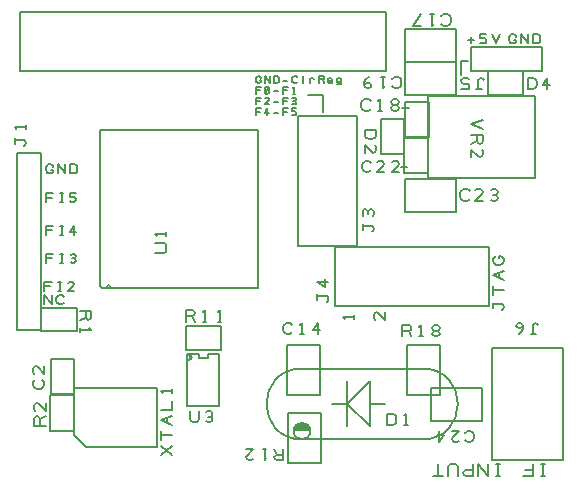
<source format=gto>
%FSLAX25Y25*%
%MOIN*%
G04 EasyPC Gerber Version 18.0.8 Build 3632 *
%ADD10C,0.00500*%
X0Y0D02*
D02*
D10*
X11487Y159850D02*
X11800Y160163D01*
X12113Y160787*
X11800Y161413*
X11487Y161725*
X8363*
Y162350*
Y161725D02*
Y160475D01*
X12113Y165475D02*
Y166725D01*
Y166100D02*
X8363D01*
X8987Y165475*
X17124Y98317D02*
Y157372D01*
X9250*
Y98317*
X17124*
X17281Y105781D02*
Y97907D01*
X29093*
Y105781*
X17281*
X18250Y111400D02*
Y114400D01*
X20750*
X20250Y112900D02*
X18250D01*
X23000Y111400D02*
X24000D01*
X23500D02*
Y114400D01*
X23000D02*
X24000D01*
X28250Y111400D02*
X26250D01*
X28000Y113150*
X28250Y113650*
X28000Y114150*
X27500Y114400*
X26750*
X26250Y114150*
X18350Y107000D02*
Y110000D01*
X20850Y107000*
Y110000*
X24850Y107500D02*
X24600Y107250D01*
X24100Y107000*
X23350*
X22850Y107250*
X22600Y107500*
X22350Y108000*
Y109000*
X22600Y109500*
X22850Y109750*
X23350Y110000*
X24100*
X24600Y109750*
X24850Y109500*
X18850Y120800D02*
Y123800D01*
X21350*
X20850Y122300D02*
X18850D01*
X23600Y120800D02*
X24600D01*
X24100D02*
Y123800D01*
X23600D02*
X24600D01*
X27100Y121050D02*
X27600Y120800D01*
X28100*
X28600Y121050*
X28850Y121550*
X28600Y122050*
X28100Y122300*
X27600*
X28100D02*
X28600Y122550D01*
X28850Y123050*
X28600Y123550*
X28100Y123800*
X27600*
X27100Y123550*
X18850Y130100D02*
Y133100D01*
X21350*
X20850Y131600D02*
X18850D01*
X23600Y130100D02*
X24600D01*
X24100D02*
Y133100D01*
X23600D02*
X24600D01*
X28100Y130100D02*
Y133100D01*
X26850Y131100*
X28850*
X18850Y141000D02*
Y144000D01*
X21350*
X20850Y142500D02*
X18850D01*
X23600Y141000D02*
X24600D01*
X24100D02*
Y144000D01*
X23600D02*
X24600D01*
X26850Y141250D02*
X27350Y141000D01*
X28100*
X28600Y141250*
X28850Y141750*
Y142000*
X28600Y142500*
X28100Y142750*
X26850*
Y144000*
X28850*
X20600Y151850D02*
X21350D01*
Y151600*
X21100Y151100*
X20850Y150850*
X20350Y150600*
X19850*
X19350Y150850*
X19100Y151100*
X18850Y151600*
Y152600*
X19100Y153100*
X19350Y153350*
X19850Y153600*
X20350*
X20850Y153350*
X21100Y153100*
X21350Y152600*
X22850Y150600D02*
Y153600D01*
X25350Y150600*
Y153600*
X26850Y150600D02*
Y153600D01*
X28350*
X28850Y153350*
X29100Y153100*
X29350Y152600*
Y151600*
X29100Y151100*
X28850Y150850*
X28350Y150600*
X26850*
X17687Y81875D02*
X18000Y81563D01*
X18313Y80937*
Y80000*
X18000Y79375*
X17687Y79063*
X17063Y78750*
X15813*
X15187Y79063*
X14875Y79375*
X14563Y80000*
Y80937*
X14875Y81563*
X15187Y81875*
X18313Y86250D02*
Y83750D01*
X16125Y85937*
X15500Y86250*
X14875Y85937*
X14563Y85313*
Y84375*
X14875Y83750*
X18713Y66450D02*
X14963D01*
Y68637*
X15275Y69263*
X15900Y69575*
X16525Y69263*
X16837Y68637*
Y66450*
Y68637D02*
X18713Y69575D01*
Y73950D02*
Y71450D01*
X16525Y73637*
X15900Y73950*
X15275Y73637*
X14963Y73013*
Y72075*
X15275Y71450*
X20219Y64781D02*
X28093D01*
Y76593*
X20219*
Y64781*
X28281Y88719D02*
X20407D01*
Y76907*
X28281*
Y88719*
X30187Y104750D02*
X33937D01*
Y102563*
X33625Y101937*
X33000Y101625*
X32375Y101937*
X32063Y102563*
Y104750*
Y102563D02*
X30187Y101625D01*
Y99125D02*
Y97875D01*
Y98500D02*
X33937D01*
X33313Y99125*
X32281Y59341D02*
X55904D01*
Y79026*
X28344*
Y63278*
X32281Y59341*
X36872Y113159D02*
Y165128D01*
X89628*
Y112372*
X37659*
X36872Y113159*
X39628Y112372D02*
G75*
G03Y113392J510D01*
G01*
G75*
G03Y112372J-510*
G01*
G36*
G75*
G03Y113392J510*
G01*
G75*
G03Y112372J-510*
G01*
G37*
X55263Y124150D02*
X58075D01*
X58700Y124463*
X59013Y125087*
Y126337*
X58700Y126963*
X58075Y127275*
X55263*
X59013Y129775D02*
Y131025D01*
Y130400D02*
X55263D01*
X55887Y129775*
X60913Y56750D02*
X57163Y59875D01*
Y56750D02*
X60913Y59875D01*
Y63313D02*
X57163D01*
Y61750D02*
Y64875D01*
X60913Y66750D02*
X57163Y68313D01*
X60913Y69875*
X59350Y67375D02*
Y69250D01*
X57163Y71750D02*
X60913D01*
Y74875*
Y77375D02*
Y78625D01*
Y78000D02*
X57163D01*
X57787Y77375*
X65450Y101187D02*
Y104937D01*
X67637*
X68263Y104625*
X68575Y104000*
X68263Y103375*
X67637Y103063*
X65450*
X67637D02*
X68575Y101187D01*
X71075D02*
X72325D01*
X71700D02*
Y104937D01*
X71075Y104313*
X76075Y101187D02*
X77325D01*
X76700D02*
Y104937D01*
X76075Y104313*
X66630Y90063D02*
G75*
G03Y88437J-813D01*
G01*
G75*
G03Y90063J813*
G01*
G36*
G75*
G03Y88437J-813*
G01*
G75*
G03Y90063J813*
G01*
G37*
X66850Y71437D02*
Y68625D01*
X67163Y68000*
X67787Y67687*
X69037*
X69663Y68000*
X69975Y68625*
Y71437*
X72163Y68000D02*
X72787Y67687D01*
X73413*
X74037Y68000*
X74350Y68625*
X74037Y69250*
X73413Y69563*
X72787*
X73413D02*
X74037Y69875D01*
X74350Y70500*
X74037Y71125*
X73413Y71437*
X72787*
X72163Y71125*
X76683Y90411D02*
Y73089D01*
X65817*
Y90411*
X69774*
Y88935*
X72726*
Y90411*
X76683*
X77219Y91719D02*
Y99593D01*
X65407*
Y91719*
X77219*
X90063Y181750D02*
X90625D01*
Y181563*
X90437Y181187*
X90250Y181000*
X89875Y180813*
X89500*
X89125Y181000*
X88937Y181187*
X88750Y181563*
Y182313*
X88937Y182687*
X89125Y182875*
X89500Y183063*
X89875*
X90250Y182875*
X90437Y182687*
X90625Y182313*
X91750Y180813D02*
Y183063D01*
X93625Y180813*
Y183063*
X94750Y180813D02*
Y183063D01*
X95875*
X96250Y182875*
X96437Y182687*
X96625Y182313*
Y181563*
X96437Y181187*
X96250Y181000*
X95875Y180813*
X94750*
X97750Y181563D02*
X99250D01*
X102625Y181187D02*
X102437Y181000D01*
X102063Y180813*
X101500*
X101125Y181000*
X100937Y181187*
X100750Y181563*
Y182313*
X100937Y182687*
X101125Y182875*
X101500Y183063*
X102063*
X102437Y182875*
X102625Y182687*
X104687Y180813D02*
X104500D01*
Y183063*
X106750Y180813D02*
Y182313D01*
Y181750D02*
X106937Y182125D01*
X107313Y182313*
X107687*
X108063Y182125*
X109750Y180813D02*
Y183063D01*
X111063*
X111437Y182875*
X111625Y182500*
X111437Y182125*
X111063Y181937*
X109750*
X111063D02*
X111625Y180813D01*
X114250Y181000D02*
X114063Y180813D01*
X113687*
X113313*
X112937Y181000*
X112750Y181375*
Y181937*
X112937Y182125*
X113313Y182313*
X113687*
X114063Y182125*
X114250Y181937*
Y181750*
X114063Y181563*
X113687Y181375*
X113313*
X112937Y181563*
X112750Y181750*
X117250D02*
X117063Y182125D01*
X116687Y182313*
X116313*
X115937Y182125*
X115750Y181750*
Y181563*
X115937Y181187*
X116313Y181000*
X116687*
X117063Y181187*
X117250Y181563*
Y182313D02*
Y180813D01*
X117063Y180437*
X116687Y180250*
X116125*
X115750Y180437*
X88750Y177213D02*
Y179463D01*
X90625*
X90250Y178337D02*
X88750D01*
X91937Y177400D02*
X92313Y177213D01*
X92687*
X93063Y177400*
X93250Y177775*
Y178900*
X93063Y179275*
X92687Y179463*
X92313*
X91937Y179275*
X91750Y178900*
Y177775*
X91937Y177400*
X93063Y179275*
X94750Y177963D02*
X96250D01*
X97750Y177213D02*
Y179463D01*
X99625*
X99250Y178337D02*
X97750D01*
X101125Y177213D02*
X101875D01*
X101500D02*
Y179463D01*
X101125Y179087*
X88750Y173613D02*
Y175863D01*
X90625*
X90250Y174737D02*
X88750D01*
X93250Y173613D02*
X91750D01*
X93063Y174925*
X93250Y175300*
X93063Y175675*
X92687Y175863*
X92125*
X91750Y175675*
X94750Y174363D02*
X96250D01*
X97750Y173613D02*
Y175863D01*
X99625*
X99250Y174737D02*
X97750D01*
X100937Y173800D02*
X101313Y173613D01*
X101687*
X102063Y173800*
X102250Y174175*
X102063Y174550*
X101687Y174737*
X101313*
X101687D02*
X102063Y174925D01*
X102250Y175300*
X102063Y175675*
X101687Y175863*
X101313*
X100937Y175675*
X88750Y170013D02*
Y172263D01*
X90625*
X90250Y171137D02*
X88750D01*
X92687Y170013D02*
Y172263D01*
X91750Y170763*
X93250*
X94750D02*
X96250D01*
X97750Y170013D02*
Y172263D01*
X99625*
X99250Y171137D02*
X97750D01*
X100750Y170200D02*
X101125Y170013D01*
X101687*
X102063Y170200*
X102250Y170575*
Y170763*
X102063Y171137*
X101687Y171325*
X100750*
Y172263*
X102250*
X100975Y97613D02*
X100663Y97300D01*
X100037Y96987*
X99100*
X98475Y97300*
X98163Y97613*
X97850Y98237*
Y99487*
X98163Y100113*
X98475Y100425*
X99100Y100737*
X100037*
X100663Y100425*
X100975Y100113*
X103475Y96987D02*
X104725D01*
X104100D02*
Y100737D01*
X103475Y100113*
X109413Y96987D02*
Y100737D01*
X107850Y98237*
X110350*
X97950Y58713D02*
Y54963D01*
X95763*
X95137Y55275*
X94825Y55900*
X95137Y56525*
X95763Y56837*
X97950*
X95763D02*
X94825Y58713D01*
X92325D02*
X91075D01*
X91700D02*
Y54963D01*
X92325Y55587*
X85450Y58713D02*
X87950D01*
X85763Y56525*
X85450Y55900*
X85763Y55275*
X86387Y54963*
X87325*
X87950Y55275*
X99061Y93537D02*
Y76608D01*
X110085*
Y93537*
X99061*
X101435Y64695D02*
G75*
G03X106947I2756D01*
G01*
G75*
G03X101435I-2756*
G01*
G36*
G75*
G03X106947I2756*
G01*
G75*
G03X101435I-2756*
G01*
G37*
X102974Y126293D02*
X122659D01*
Y169600*
X102974*
Y126293*
X104191Y61939D02*
X144309D01*
G75*
G03Y85561J11811*
G01*
X104191*
G75*
G03Y61939J-11811*
G01*
X106250Y176750D02*
X111150D01*
Y171050*
X110439Y53963D02*
Y70892D01*
X99415*
Y53963*
X110439*
X112387Y107750D02*
X112700Y108063D01*
X113013Y108687*
X112700Y109313*
X112387Y109625*
X109263*
Y110250*
Y109625D02*
Y108375D01*
X113013Y114313D02*
X109263D01*
X111763Y112750*
Y115250*
X114250Y73750D02*
X119250D01*
Y66250D02*
Y81250D01*
Y73750D02*
X126750Y81250D01*
X119250Y73750D02*
X126750Y66250D01*
X121613Y102075D02*
Y103325D01*
Y102700D02*
X117863D01*
X118487Y102075*
X127075Y172113D02*
X126763Y171800D01*
X126137Y171487*
X125200*
X124575Y171800*
X124263Y172113*
X123950Y172737*
Y173987*
X124263Y174613*
X124575Y174925*
X125200Y175237*
X126137*
X126763Y174925*
X127075Y174613*
X129575Y171487D02*
X130825D01*
X130200D02*
Y175237D01*
X129575Y174613*
X134887Y173363D02*
X135513D01*
X136137Y173675*
X136450Y174300*
X136137Y174925*
X135513Y175237*
X134887*
X134263Y174925*
X133950Y174300*
X134263Y173675*
X134887Y173363*
X134263Y173050*
X133950Y172425*
X134263Y171800*
X134887Y171487*
X135513*
X136137Y171800*
X136450Y172425*
X136137Y173050*
X135513Y173363*
X127275Y151613D02*
X126963Y151300D01*
X126337Y150987*
X125400*
X124775Y151300*
X124463Y151613*
X124150Y152237*
Y153487*
X124463Y154113*
X124775Y154425*
X125400Y154737*
X126337*
X126963Y154425*
X127275Y154113*
X131650Y150987D02*
X129150D01*
X131337Y153175*
X131650Y153800*
X131337Y154425*
X130713Y154737*
X129775*
X129150Y154425*
X136650Y150987D02*
X134150D01*
X136337Y153175*
X136650Y153800*
X136337Y154425*
X135713Y154737*
X134775*
X134150Y154425*
X125187Y165050D02*
X128937D01*
Y163175*
X128625Y162550*
X128313Y162237*
X127687Y161925*
X126437*
X125813Y162237*
X125500Y162550*
X125187Y163175*
Y165050*
Y157550D02*
Y160050D01*
X127375Y157863*
X128000Y157550*
X128625Y157863*
X128937Y158487*
Y159425*
X128625Y160050*
X126750Y66250D02*
Y81250D01*
Y73750D02*
X131750D01*
X127487Y131250D02*
X127800Y131563D01*
X128113Y132187*
X127800Y132813*
X127487Y133125*
X124363*
Y133750*
Y133125D02*
Y131875D01*
X127800Y136563D02*
X128113Y137187D01*
Y137813*
X127800Y138437*
X127175Y138750*
X126550Y138437*
X126237Y137813*
Y137187*
Y137813D02*
X125925Y138437D01*
X125300Y138750*
X124675Y138437*
X124363Y137813*
Y137187*
X124675Y136563*
X132234Y184813D02*
Y204498D01*
X10187*
Y184813*
X132234*
X132550Y66787D02*
Y70537D01*
X134425*
X135050Y70225*
X135363Y69913*
X135675Y69287*
Y68037*
X135363Y67413*
X135050Y67100*
X134425Y66787*
X132550*
X138175D02*
X139425D01*
X138800D02*
Y70537D01*
X138175Y69913*
X131813Y104250D02*
Y101750D01*
X129625Y103937*
X129000Y104250*
X128375Y103937*
X128063Y103313*
Y102375*
X128375Y101750*
X137050Y152850D02*
X139150D01*
X134225Y182087D02*
X134537Y182400D01*
X135163Y182713*
X136100*
X136725Y182400*
X137037Y182087*
X137350Y181463*
Y180213*
X137037Y179587*
X136725Y179275*
X136100Y178963*
X135163*
X134537Y179275*
X134225Y179587*
X131725Y182713D02*
X130475D01*
X131100D02*
Y178963D01*
X131725Y179587*
X126413Y182713D02*
X125787Y182400D01*
X125163Y181775*
X124850Y180837*
Y179900*
X125163Y179275*
X125787Y178963*
X126413*
X127037Y179275*
X127350Y179900*
X127037Y180525*
X126413Y180837*
X125787*
X125163Y180525*
X124850Y179900*
X137450Y172350D02*
X139750D01*
X137550Y96287D02*
Y100037D01*
X139737*
X140363Y99725*
X140675Y99100*
X140363Y98475*
X139737Y98163*
X137550*
X139737D02*
X140675Y96287D01*
X143175D02*
X144425D01*
X143800D02*
Y100037D01*
X143175Y99413*
X148487Y98163D02*
X149113D01*
X149737Y98475*
X150050Y99100*
X149737Y99725*
X149113Y100037*
X148487*
X147863Y99725*
X147550Y99100*
X147863Y98475*
X148487Y98163*
X147863Y97850*
X147550Y97225*
X147863Y96600*
X148487Y96287*
X149113*
X149737Y96600*
X150050Y97225*
X149737Y97850*
X149113Y98163*
X138281Y156950D02*
X130407D01*
Y168761*
X138281*
Y156950*
X138619Y174550D02*
X146493D01*
Y162739*
X138619*
Y174550*
X139061Y93537D02*
Y76608D01*
X150085*
Y93537*
X139061*
X146081Y150750D02*
X138207D01*
Y162561*
X146081*
Y150750*
X146351Y176542D02*
Y148983D01*
X181784*
Y176542*
X146351*
X150625Y202987D02*
X150937Y203300D01*
X151563Y203613*
X152500*
X153125Y203300*
X153437Y202987*
X153750Y202363*
Y201113*
X153437Y200487*
X153125Y200175*
X152500Y199863*
X151563*
X150937Y200175*
X150625Y200487*
X148125Y203613D02*
X146875D01*
X147500D02*
Y199863D01*
X148125Y200487*
X143750Y203613D02*
X141250Y199863D01*
X143750*
X155437Y148739D02*
X138508D01*
Y137715*
X155437*
Y148739*
Y187739D02*
X138508D01*
Y176715*
X155437*
Y187739*
Y198739D02*
X138508D01*
Y187715*
X155437*
Y198739*
X160075Y142113D02*
X159763Y141800D01*
X159137Y141487*
X158200*
X157575Y141800*
X157263Y142113*
X156950Y142737*
Y143987*
X157263Y144613*
X157575Y144925*
X158200Y145237*
X159137*
X159763Y144925*
X160075Y144613*
X164450Y141487D02*
X161950D01*
X164137Y143675*
X164450Y144300*
X164137Y144925*
X163513Y145237*
X162575*
X161950Y144925*
X167263Y141800D02*
X167887Y141487D01*
X168513*
X169137Y141800*
X169450Y142425*
X169137Y143050*
X168513Y143363*
X167887*
X168513D02*
X169137Y143675D01*
X169450Y144300*
X169137Y144925*
X168513Y145237*
X167887*
X167263Y144925*
X157350Y183550D02*
Y188150D01*
X159450*
X159650Y194900D02*
X161650D01*
X160650Y193900D02*
Y195900D01*
X163650Y194150D02*
X164150Y193900D01*
X164900*
X165400Y194150*
X165650Y194650*
Y194900*
X165400Y195400*
X164900Y195650*
X163650*
Y196900*
X165650*
X167650D02*
X168900Y193900D01*
X170150Y196900*
X164437Y168550D02*
X160687Y166987D01*
X164437Y165425*
X160687Y163550D02*
X164437D01*
Y161363*
X164125Y160737*
X163500Y160425*
X162875Y160737*
X162563Y161363*
Y163550*
Y161363D02*
X160687Y160425D01*
Y156050D02*
Y158550D01*
X162875Y156363*
X163500Y156050*
X164125Y156363*
X164437Y156987*
Y157925*
X164125Y158550*
X158425Y64187D02*
X158737Y64500D01*
X159363Y64813*
X160300*
X160925Y64500*
X161237Y64187*
X161550Y63563*
Y62313*
X161237Y61687*
X160925Y61375*
X160300Y61063*
X159363*
X158737Y61375*
X158425Y61687*
X154050Y64813D02*
X156550D01*
X154363Y62625*
X154050Y62000*
X154363Y61375*
X154987Y61063*
X155925*
X156550Y61375*
X149987Y64813D02*
Y61063D01*
X151550Y63563*
X149050*
X164037Y78939D02*
X147108D01*
Y67915*
X164037*
Y78939*
X164850Y181887D02*
X164537Y182200D01*
X163913Y182513*
X163287Y182200*
X162975Y181887*
Y178763*
X162350*
X162975D02*
X164225D01*
X159850Y182200D02*
X159225Y182513D01*
X158287*
X157663Y182200*
X157350Y181575*
Y181263*
X157663Y180637*
X158287Y180325*
X159850*
Y178763*
X157350*
X166392Y106341D02*
Y126026D01*
X115211*
Y106341*
X166392*
X170887Y105050D02*
X171200Y105363D01*
X171513Y105987*
X171200Y106613*
X170887Y106925*
X167763*
Y107550*
Y106925D02*
Y105675D01*
X171513Y111613D02*
X167763D01*
Y110050D02*
Y113175D01*
X171513Y115050D02*
X167763Y116613D01*
X171513Y118175*
X169950Y115675D02*
Y117550D01*
Y122237D02*
Y123175D01*
X170263*
X170887Y122863*
X171200Y122550*
X171513Y121925*
Y121300*
X171200Y120675*
X170887Y120363*
X170263Y120050*
X169013*
X168387Y120363*
X168075Y120675*
X167763Y121300*
Y121925*
X168075Y122550*
X168387Y122863*
X169013Y123175*
X174900Y195150D02*
X175650D01*
Y194900*
X175400Y194400*
X175150Y194150*
X174650Y193900*
X174150*
X173650Y194150*
X173400Y194400*
X173150Y194900*
Y195900*
X173400Y196400*
X173650Y196650*
X174150Y196900*
X174650*
X175150Y196650*
X175400Y196400*
X175650Y195900*
X177150Y193900D02*
Y196900D01*
X179650Y193900*
Y196900*
X181150Y193900D02*
Y196900D01*
X182650*
X183150Y196650*
X183400Y196400*
X183650Y195900*
Y194900*
X183400Y194400*
X183150Y194150*
X182650Y193900*
X181150*
X177850Y184581D02*
Y176707D01*
X166039*
Y184581*
X177850*
X179450Y178687D02*
Y182437D01*
X181325*
X181950Y182125*
X182263Y181813*
X182575Y181187*
Y179937*
X182263Y179313*
X181950Y179000*
X181325Y178687*
X179450*
X186013D02*
Y182437D01*
X184450Y179937*
X186950*
X182950Y100187D02*
X182637Y100500D01*
X182013Y100813*
X181387Y100500*
X181075Y100187*
Y97063*
X180450*
X181075D02*
X182325D01*
X177950Y99875D02*
X177637Y99250D01*
X177013Y98937*
X176387*
X175763Y99250*
X175450Y99875*
X175763Y100500*
X176387Y100813*
X177013*
X177637Y100500*
X177950Y99875*
Y98937*
X177637Y98000*
X177013Y97375*
X176387Y97063*
X184124Y192761D02*
X160502D01*
Y184887*
X184124*
Y192761*
X185213Y53613D02*
X183963D01*
X184587D02*
Y49863D01*
X185213D02*
X183963D01*
X181150Y53613D02*
Y49863D01*
X178025*
X178650Y51737D02*
X181150D01*
X170213Y53613D02*
X168963D01*
X169587D02*
Y49863D01*
X170213D02*
X168963D01*
X166150Y53613D02*
Y49863D01*
X163025Y53613*
Y49863*
X161150Y53613D02*
Y49863D01*
X158963*
X158337Y50175*
X158025Y50800*
X158337Y51425*
X158963Y51737*
X161150*
X156150Y49863D02*
Y52675D01*
X155837Y53300*
X155213Y53613*
X153963*
X153337Y53300*
X153025Y52675*
Y49863*
X149587Y53613D02*
Y49863D01*
X151150D02*
X148025D01*
X191140Y54978D02*
Y92537D01*
X167596*
Y54978*
X191140*
X0Y0D02*
M02*

</source>
